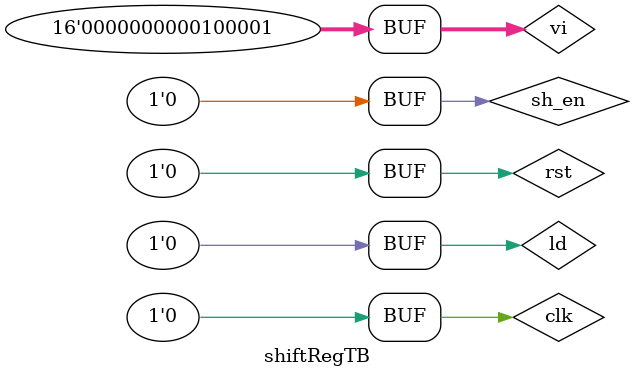
<source format=v>
`timescale 1ns/1ns
module shiftRegTB();
reg clk, rst, sh_en, ld;
reg[15:0] vi;
wire [15:0] out;
shiftReg UUT(clk, rst, sh_en, ld, vi, out);
initial begin
clk=1'b0;
repeat (1000) #2 clk=~clk;
end
initial begin
#40 rst = 1'd0;
#40 rst = 1'd1;
#40 rst = 1'd0;
#40 vi = 16'd33;
#40 ld = 1'b1;
#40 ld = 1'b0;
#40 sh_en = 1'b1;
#30 sh_en = 1'b0;
end
endmodule

</source>
